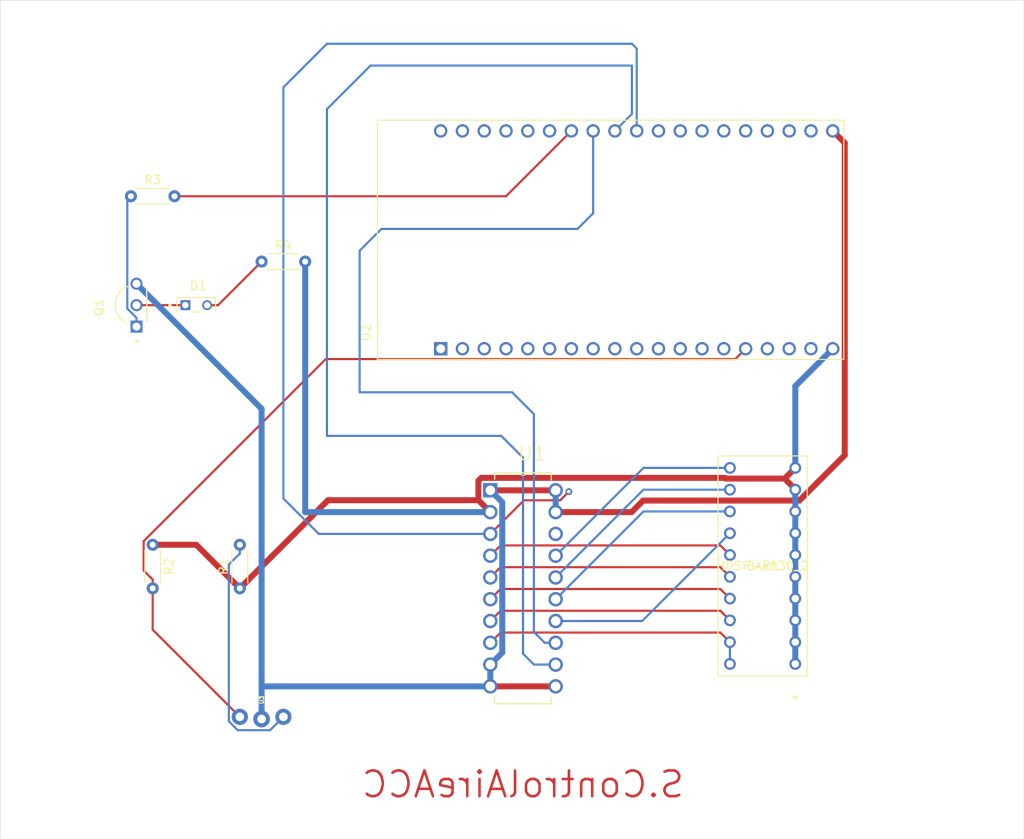
<source format=kicad_pcb>
(kicad_pcb (version 20211014) (generator pcbnew)
  (layers (0 "F.Cu" signal) (31 "B.Cu" signal) (34 "B.Paste" user) (35 "F.Paste" user) (36 "B.SilkS" user "B.Silkscreen") (37 "F.SilkS" user "F.Silkscreen") (38 "B.Mask" user) (39 "F.Mask" user) (44 "Edge.Cuts" user))
  (net 0 "")
  (net 1 "+5V")
  (net 2 "Net-(BAR1-Pad11)")
  (net 3 "Net-(BAR1-Pad12)")
  (net 4 "Net-(BAR1-Pad13)")
  (net 5 "Net-(BAR1-Pad14)")
  (net 6 "Net-(BAR1-Pad15)")
  (net 7 "Net-(BAR1-Pad16)")
  (net 8 "Net-(BAR1-Pad17)")
  (net 9 "Net-(BAR1-Pad18)")
  (net 10 "Net-(BAR1-Pad19)")
  (net 11 "Net-(D1-PadC)")
  (net 12 "Net-(D1-PadA)")
  (net 13 "Net-(Q1-Pad1)")
  (net 14 "GND")
  (net 15 "Net-(R1-Pad2)")
  (net 16 "Net-(R2-Pad2)")
  (net 17 "Net-(R3-Pad2)")
  (net 18 "Net-(U1-Pad3)")
  (net 19 "Net-(U1-Pad12)")
  (net 20 "Net-(U1-Pad13)")
  (footprint "ied:DIO_TSSF4500" (layer "F.Cu") (at 71.12 91.44)
    (fp_text reference "D1" (at 0.225 -2.235) (layer "F.SilkS"))
    (fp_text value "TSSF4500")
    (fp_line (start -2.25 -0.9) (end -2.25 0.8) (layer "F.SilkS") (width 0.127))
    (fp_line (start 2.25 -0.9) (end -2.25 -0.9) (layer "F.SilkS") (width 0.127))
    (fp_line (start -0.4 0.8) (end 0.4 0.8) (layer "F.SilkS") (width 0.127))
    (fp_line (start 2.25 0.8) (end 2.25 -0.9) (layer "F.SilkS") (width 0.127))
    (fp_circle (center -3.06 0.01) (end -2.96 0.01) (layer "F.SilkS") (width 0.2) (fill none))
    (pad "A" thru_hole circle locked (at 1.27 0) (size 1.15 1.15) (drill 0.75) (layers *.Cu *.Mask) (net 12 "Net-(D1-PadA)"))
    (pad "C" thru_hole rect locked (at -1.27 0) (size 1.15 1.15) (drill 0.75) (layers *.Cu *.Mask) (net 11 "Net-(D1-PadC)"))
  )
  (footprint "displayled:HLCP-J100" (layer "F.Cu") (at 140.97 133.274 180)
    (fp_text reference "BAR1" (at 3.81 11.43) (layer "F.SilkS"))
    (fp_text value "HDSP-4830_2" (at 3.81 11.43) (layer "F.SilkS"))
    (fp_text user "*" (at 0 -4.233334) (layer "F.SilkS"))
    (fp_text user "*" (at 0 -4.233334) (layer "F.SilkS"))
    (fp_line (start 9.017 24.257) (end 9.017 -1.397) (layer "F.SilkS") (width 0.12))
    (fp_line (start -1.397 -1.397) (end -1.397 24.257) (layer "F.SilkS") (width 0.12))
    (fp_line (start -1.397 24.257) (end 9.017 24.257) (layer "F.SilkS") (width 0.12))
    (fp_line (start 9.017 -1.397) (end -1.397 -1.397) (layer "F.SilkS") (width 0.12))
    (pad "1" thru_hole circle locked (at 0 0 180) (size 1.3716 1.3716) (drill 0.8636) (layers *.Cu *.Mask) (net 1 "+5V"))
    (pad "2" thru_hole circle locked (at 0 2.54 180) (size 1.3716 1.3716) (drill 0.8636) (layers *.Cu *.Mask) (net 1 "+5V"))
    (pad "3" thru_hole circle locked (at 0 5.08 180) (size 1.3716 1.3716) (drill 0.8636) (layers *.Cu *.Mask) (net 1 "+5V"))
    (pad "4" thru_hole circle locked (at 0 7.62 180) (size 1.3716 1.3716) (drill 0.8636) (layers *.Cu *.Mask) (net 1 "+5V"))
    (pad "5" thru_hole circle locked (at 0 10.16 180) (size 1.3716 1.3716) (drill 0.8636) (layers *.Cu *.Mask) (net 1 "+5V"))
    (pad "6" thru_hole circle locked (at 0 12.7 180) (size 1.3716 1.3716) (drill 0.8636) (layers *.Cu *.Mask) (net 1 "+5V"))
    (pad "7" thru_hole circle locked (at 0 15.24 180) (size 1.3716 1.3716) (drill 0.8636) (layers *.Cu *.Mask) (net 1 "+5V"))
    (pad "8" thru_hole circle locked (at 0 17.78 180) (size 1.3716 1.3716) (drill 0.8636) (layers *.Cu *.Mask) (net 1 "+5V"))
    (pad "9" thru_hole circle locked (at 0 20.32 180) (size 1.3716 1.3716) (drill 0.8636) (layers *.Cu *.Mask) (net 1 "+5V"))
    (pad "10" thru_hole circle locked (at 0 22.86 180) (size 1.3716 1.3716) (drill 0.8636) (layers *.Cu *.Mask) (net 1 "+5V"))
    (pad "11" thru_hole circle locked (at 7.62 22.86 180) (size 1.3716 1.3716) (drill 0.8636) (layers *.Cu *.Mask) (net 2 "Net-(BAR1-Pad11)"))
    (pad "12" thru_hole circle locked (at 7.62 20.32 180) (size 1.3716 1.3716) (drill 0.8636) (layers *.Cu *.Mask) (net 3 "Net-(BAR1-Pad12)"))
    (pad "13" thru_hole circle locked (at 7.62 17.78 180) (size 1.3716 1.3716) (drill 0.8636) (layers *.Cu *.Mask) (net 4 "Net-(BAR1-Pad13)"))
    (pad "14" thru_hole circle locked (at 7.62 15.24 180) (size 1.3716 1.3716) (drill 0.8636) (layers *.Cu *.Mask) (net 5 "Net-(BAR1-Pad14)"))
    (pad "15" thru_hole circle locked (at 7.62 12.7 180) (size 1.3716 1.3716) (drill 0.8636) (layers *.Cu *.Mask) (net 6 "Net-(BAR1-Pad15)"))
    (pad "16" thru_hole circle locked (at 7.62 10.16 180) (size 1.3716 1.3716) (drill 0.8636) (layers *.Cu *.Mask) (net 7 "Net-(BAR1-Pad16)"))
    (pad "17" thru_hole circle locked (at 7.62 7.62 180) (size 1.3716 1.3716) (drill 0.8636) (layers *.Cu *.Mask) (net 8 "Net-(BAR1-Pad17)"))
    (pad "18" thru_hole circle locked (at 7.62 5.08 180) (size 1.3716 1.3716) (drill 0.8636) (layers *.Cu *.Mask) (net 9 "Net-(BAR1-Pad18)"))
    (pad "19" thru_hole circle locked (at 7.62 2.54 180) (size 1.3716 1.3716) (drill 0.8636) (layers *.Cu *.Mask) (net 10 "Net-(BAR1-Pad19)"))
    (pad "20" thru_hole circle locked (at 7.62 0 180) (size 1.3716 1.3716) (drill 0.8636) (layers *.Cu *.Mask) (net 10 "Net-(BAR1-Pad19)"))
  )
  (footprint "npn:TO92250P510H770-3" (layer "F.Cu") (at 63.5 91.44 90)
    (fp_text reference "Q1" (at -0.275 -3.735 90) (layer "F.SilkS"))
    (fp_text value "Q_NPN_BCE")
    (fp_line (start -1.92354 1.85) (end 1.92354 1.85) (layer "F.SilkS") (width 0.127))
    (fp_line (start -1.92354 1.85) (end 1.92354 1.85) (layer "F.SilkS") (width 0.127))
    (fp_arc (start -2.18501 -0.365001) (mid 0 -1.850002) (end 2.18501 -0.365) (layer "F.SilkS") (width 0.127))
    (fp_circle (center -4.2 0.655) (end -4.1 0.655) (layer "F.SilkS") (width 0.2) (fill none))
    (pad "1" thru_hole rect locked (at -2.5 0.655 90) (size 1.4 1.4) (drill 0.93) (layers *.Cu *.Mask) (net 13 "Net-(Q1-Pad1)"))
    (pad "2" thru_hole circle locked (at 0 0.655 90) (size 1.4 1.4) (drill 0.93) (layers *.Cu *.Mask) (net 11 "Net-(D1-PadC)"))
    (pad "3" thru_hole circle locked (at 2.5 0.655 90) (size 1.4 1.4) (drill 0.93) (layers *.Cu *.Mask) (net 14 "GND"))
  )
  (footprint "tpi:DIP254P762X508-20" (layer "F.Cu") (at 113.03 135.89)
    (fp_text reference "U1" (at -2.7442 -27.13708) (layer "F.SilkS") (effects (font (size 1.640598 1.640598))))
    (fp_text value "TPIC6B595N")
    (fp_line (start -7.112 -24.892) (end -7.112 -24.1808) (layer "F.SilkS") (width 0.1524))
    (fp_line (start -0.508 -24.892) (end -3.5052 -24.892) (layer "F.SilkS") (width 0.1524))
    (fp_line (start -0.508 2.032) (end -0.508 1.2192) (layer "F.SilkS") (width 0.1524))
    (fp_line (start -7.112 2.032) (end -0.508 2.032) (layer "F.SilkS") (width 0.1524))
    (fp_line (start -3.5052 -24.892) (end -4.1148 -24.892) (layer "F.SilkS") (width 0.1524))
    (fp_line (start -4.1148 -24.892) (end -7.112 -24.892) (layer "F.SilkS") (width 0.1524))
    (fp_line (start -0.508 -24.0792) (end -0.508 -24.892) (layer "F.SilkS") (width 0.1524))
    (fp_line (start -7.112 1.2192) (end -7.112 2.032) (layer "F.SilkS") (width 0.1524))
    (fp_arc (start -3.5052 -24.892) (mid -3.81 -24.5872) (end -4.1148 -24.892) (layer "F.SilkS") (width 0.1))
    (pad "1" thru_hole rect locked (at -7.62 -22.86) (size 1.6764 1.6764) (drill 1.1176) (layers *.Cu *.Mask) (net 14 "GND"))
    (pad "2" thru_hole circle locked (at -7.62 -20.32) (size 1.6764 1.6764) (drill 1.1176) (layers *.Cu *.Mask) (net 1 "+5V"))
    (pad "3" thru_hole circle locked (at -7.62 -17.78) (size 1.6764 1.6764) (drill 1.1176) (layers *.Cu *.Mask) (net 18 "Net-(U1-Pad3)"))
    (pad "4" thru_hole circle locked (at -7.62 -15.24) (size 1.6764 1.6764) (drill 1.1176) (layers *.Cu *.Mask) (net 6 "Net-(BAR1-Pad15)"))
    (pad "5" thru_hole circle locked (at -7.62 -12.7) (size 1.6764 1.6764) (drill 1.1176) (layers *.Cu *.Mask) (net 7 "Net-(BAR1-Pad16)"))
    (pad "6" thru_hole circle locked (at -7.62 -10.16) (size 1.6764 1.6764) (drill 1.1176) (layers *.Cu *.Mask) (net 8 "Net-(BAR1-Pad17)"))
    (pad "7" thru_hole circle locked (at -7.62 -7.62) (size 1.6764 1.6764) (drill 1.1176) (layers *.Cu *.Mask) (net 9 "Net-(BAR1-Pad18)"))
    (pad "8" thru_hole circle locked (at -7.62 -5.08) (size 1.6764 1.6764) (drill 1.1176) (layers *.Cu *.Mask) (net 10 "Net-(BAR1-Pad19)"))
    (pad "9" thru_hole circle locked (at -7.62 -2.54) (size 1.6764 1.6764) (drill 1.1176) (layers *.Cu *.Mask) (net 14 "GND"))
    (pad "10" thru_hole circle locked (at -7.62 0) (size 1.6764 1.6764) (drill 1.1176) (layers *.Cu *.Mask) (net 14 "GND"))
    (pad "11" thru_hole circle locked (at 0 0) (size 1.6764 1.6764) (drill 1.1176) (layers *.Cu *.Mask) (net 14 "GND"))
    (pad "12" thru_hole circle locked (at 0 -2.54) (size 1.6764 1.6764) (drill 1.1176) (layers *.Cu *.Mask) (net 19 "Net-(U1-Pad12)"))
    (pad "13" thru_hole circle locked (at 0 -5.08) (size 1.6764 1.6764) (drill 1.1176) (layers *.Cu *.Mask) (net 20 "Net-(U1-Pad13)"))
    (pad "14" thru_hole circle locked (at 0 -7.62) (size 1.6764 1.6764) (drill 1.1176) (layers *.Cu *.Mask) (net 5 "Net-(BAR1-Pad14)"))
    (pad "15" thru_hole circle locked (at 0 -10.16) (size 1.6764 1.6764) (drill 1.1176) (layers *.Cu *.Mask) (net 4 "Net-(BAR1-Pad13)"))
    (pad "16" thru_hole circle locked (at 0 -12.7) (size 1.6764 1.6764) (drill 1.1176) (layers *.Cu *.Mask) (net 3 "Net-(BAR1-Pad12)"))
    (pad "17" thru_hole circle locked (at 0 -15.24) (size 1.6764 1.6764) (drill 1.1176) (layers *.Cu *.Mask) (net 2 "Net-(BAR1-Pad11)"))
    (pad "18" thru_hole circle locked (at 0 -17.78) (size 1.6764 1.6764) (drill 1.1176) (layers *.Cu *.Mask))
    (pad "19" thru_hole circle locked (at 0 -20.32) (size 1.6764 1.6764) (drill 1.1176) (layers *.Cu *.Mask) (net 14 "GND"))
    (pad "20" thru_hole circle locked (at 0 -22.86) (size 1.6764 1.6764) (drill 1.1176) (layers *.Cu *.Mask) (net 14 "GND"))
  )
  (footprint "esp:MODULE_ESP32-DEVKITC-32D" (layer "F.Cu") (at 119.38 83.82 90)
    (fp_text reference "U2" (at -10.829175 -28.446045 90) (layer "F.SilkS") (effects (font (size 1.000386 1.000386))))
    (fp_text value "ESP32-DEVKITC")
    (fp_line (start 13.95 27.25) (end -13.95 27.25) (layer "F.SilkS") (width 0.127))
    (fp_line (start -13.95 27.25) (end -13.95 -27.15) (layer "F.SilkS") (width 0.127))
    (fp_line (start 13.95 -27.15) (end 13.95 27.25) (layer "F.SilkS") (width 0.127))
    (fp_line (start -13.95 -27.15) (end 13.95 -27.15) (layer "F.SilkS") (width 0.127))
    (pad "1" thru_hole rect locked (at -12.7 -19.76 90) (size 1.56 1.56) (drill 1.04) (layers *.Cu *.Mask))
    (pad "2" thru_hole circle locked (at -12.7 -17.22 90) (size 1.56 1.56) (drill 1.04) (layers *.Cu *.Mask))
    (pad "3" thru_hole circle locked (at -12.7 -14.68 90) (size 1.56 1.56) (drill 1.04) (layers *.Cu *.Mask))
    (pad "4" thru_hole circle locked (at -12.7 -12.14 90) (size 1.56 1.56) (drill 1.04) (layers *.Cu *.Mask))
    (pad "5" thru_hole circle locked (at -12.7 -9.6 90) (size 1.56 1.56) (drill 1.04) (layers *.Cu *.Mask))
    (pad "6" thru_hole circle locked (at -12.7 -7.06 90) (size 1.56 1.56) (drill 1.04) (layers *.Cu *.Mask))
    (pad "7" thru_hole circle locked (at -12.7 -4.52 90) (size 1.56 1.56) (drill 1.04) (layers *.Cu *.Mask))
    (pad "8" thru_hole circle locked (at -12.7 -1.98 90) (size 1.56 1.56) (drill 1.04) (layers *.Cu *.Mask))
    (pad "9" thru_hole circle locked (at -12.7 0.56 90) (size 1.56 1.56) (drill 1.04) (layers *.Cu *.Mask))
    (pad "10" thru_hole circle locked (at -12.7 3.1 90) (size 1.56 1.56) (drill 1.04) (layers *.Cu *.Mask))
    (pad "11" thru_hole circle locked (at -12.7 5.64 90) (size 1.56 1.56) (drill 1.04) (layers *.Cu *.Mask))
    (pad "12" thru_hole circle locked (at -12.7 8.18 90) (size 1.56 1.56) (drill 1.04) (layers *.Cu *.Mask))
    (pad "13" thru_hole circle locked (at -12.7 10.72 90) (size 1.56 1.56) (drill 1.04) (layers *.Cu *.Mask))
    (pad "14" thru_hole circle locked (at -12.7 13.26 90) (size 1.56 1.56) (drill 1.04) (layers *.Cu *.Mask))
    (pad "15" thru_hole circle locked (at -12.7 15.8 90) (size 1.56 1.56) (drill 1.04) (layers *.Cu *.Mask) (net 16 "Net-(R2-Pad2)"))
    (pad "16" thru_hole circle locked (at -12.7 18.34 90) (size 1.56 1.56) (drill 1.04) (layers *.Cu *.Mask))
    (pad "17" thru_hole circle locked (at -12.7 20.88 90) (size 1.56 1.56) (drill 1.04) (layers *.Cu *.Mask))
    (pad "18" thru_hole circle locked (at -12.7 23.42 90) (size 1.56 1.56) (drill 1.04) (layers *.Cu *.Mask))
    (pad "19" thru_hole circle locked (at -12.7 25.96 90) (size 1.56 1.56) (drill 1.04) (layers *.Cu *.Mask) (net 1 "+5V"))
    (pad "20" thru_hole circle locked (at 12.7 -19.76 90) (size 1.56 1.56) (drill 1.04) (layers *.Cu *.Mask))
    (pad "21" thru_hole circle locked (at 12.7 -17.22 90) (size 1.56 1.56) (drill 1.04) (layers *.Cu *.Mask))
    (pad "22" thru_hole circle locked (at 12.7 -14.68 90) (size 1.56 1.56) (drill 1.04) (layers *.Cu *.Mask))
    (pad "23" thru_hole circle locked (at 12.7 -12.14 90) (size 1.56 1.56) (drill 1.04) (layers *.Cu *.Mask))
    (pad "24" thru_hole circle locked (at 12.7 -9.6 90) (size 1.56 1.56) (drill 1.04) (layers *.Cu *.Mask))
    (pad "25" thru_hole circle locked (at 12.7 -7.06 90) (size 1.56 1.56) (drill 1.04) (layers *.Cu *.Mask))
    (pad "26" thru_hole circle locked (at 12.7 -4.52 90) (size 1.56 1.56) (drill 1.04) (layers *.Cu *.Mask) (net 17 "Net-(R3-Pad2)"))
    (pad "27" thru_hole circle locked (at 12.7 -1.98 90) (size 1.56 1.56) (drill 1.04) (layers *.Cu *.Mask) (net 20 "Net-(U1-Pad13)"))
    (pad "28" thru_hole circle locked (at 12.7 0.56 90) (size 1.56 1.56) (drill 1.04) (layers *.Cu *.Mask) (net 19 "Net-(U1-Pad12)"))
    (pad "29" thru_hole circle locked (at 12.7 3.1 90) (size 1.56 1.56) (drill 1.04) (layers *.Cu *.Mask) (net 18 "Net-(U1-Pad3)"))
    (pad "30" thru_hole circle locked (at 12.7 5.64 90) (size 1.56 1.56) (drill 1.04) (layers *.Cu *.Mask))
    (pad "31" thru_hole circle locked (at 12.7 8.18 90) (size 1.56 1.56) (drill 1.04) (layers *.Cu *.Mask))
    (pad "32" thru_hole circle locked (at 12.7 10.72 90) (size 1.56 1.56) (drill 1.04) (layers *.Cu *.Mask))
    (pad "33" thru_hole circle locked (at 12.7 13.26 90) (size 1.56 1.56) (drill 1.04) (layers *.Cu *.Mask))
    (pad "34" thru_hole circle locked (at 12.7 15.8 90) (size 1.56 1.56) (drill 1.04) (layers *.Cu *.Mask))
    (pad "35" thru_hole circle locked (at 12.7 18.34 90) (size 1.56 1.56) (drill 1.04) (layers *.Cu *.Mask))
    (pad "36" thru_hole circle locked (at 12.7 20.88 90) (size 1.56 1.56) (drill 1.04) (layers *.Cu *.Mask))
    (pad "37" thru_hole circle locked (at 12.7 23.42 90) (size 1.56 1.56) (drill 1.04) (layers *.Cu *.Mask))
    (pad "38" thru_hole circle locked (at 12.7 25.96 90) (size 1.56 1.56) (drill 1.04) (layers *.Cu *.Mask) (net 14 "GND"))
  )
  (footprint "Resistor_THT:R_Axial_DIN0204_L3.6mm_D1.6mm_P5.08mm_Horizontal" (layer "F.Cu") (at 76.2 124.46 90)
    (fp_text reference "R1" (at 2.54 -1.92 90) (layer "F.SilkS"))
    (fp_text value "110R")
    (fp_line (start 0.62 0.92) (end 4.46 0.92) (layer "F.SilkS") (width 0.12))
    (fp_line (start 0.62 -0.92) (end 4.46 -0.92) (layer "F.SilkS") (width 0.12))
    (pad "1" thru_hole circle (at 0 0 90) (size 1.4 1.4) (drill 0.7) (layers *.Cu *.Mask) (net 1 "+5V"))
    (pad "2" thru_hole oval (at 5.08 0 90) (size 1.4 1.4) (drill 0.7) (layers *.Cu *.Mask) (net 15 "Net-(R1-Pad2)"))
  )
  (footprint "Resistor_THT:R_Axial_DIN0204_L3.6mm_D1.6mm_P5.08mm_Horizontal" (layer "F.Cu") (at 63.5 78.74)
    (fp_text reference "R3" (at 2.54 -1.92) (layer "F.SilkS"))
    (fp_text value "2kR")
    (fp_line (start 0.62 0.92) (end 4.46 0.92) (layer "F.SilkS") (width 0.12))
    (fp_line (start 0.62 -0.92) (end 4.46 -0.92) (layer "F.SilkS") (width 0.12))
    (pad "1" thru_hole circle (at 0 0) (size 1.4 1.4) (drill 0.7) (layers *.Cu *.Mask) (net 13 "Net-(Q1-Pad1)"))
    (pad "2" thru_hole oval (at 5.08 0) (size 1.4 1.4) (drill 0.7) (layers *.Cu *.Mask) (net 17 "Net-(R3-Pad2)"))
  )
  (footprint "Resistor_THT:R_Axial_DIN0204_L3.6mm_D1.6mm_P5.08mm_Horizontal" (layer "F.Cu") (at 78.74 86.36)
    (fp_text reference "R4" (at 2.54 -1.92) (layer "F.SilkS"))
    (fp_text value "100R")
    (fp_line (start 0.62 0.92) (end 4.46 0.92) (layer "F.SilkS") (width 0.12))
    (fp_line (start 0.62 -0.92) (end 4.46 -0.92) (layer "F.SilkS") (width 0.12))
    (pad "1" thru_hole circle (at 0 0) (size 1.4 1.4) (drill 0.7) (layers *.Cu *.Mask) (net 12 "Net-(D1-PadA)"))
    (pad "2" thru_hole oval (at 5.08 0) (size 1.4 1.4) (drill 0.7) (layers *.Cu *.Mask) (net 1 "+5V"))
  )
  (footprint "Resistor_THT:R_Axial_DIN0204_L3.6mm_D1.6mm_P5.08mm_Horizontal" (layer "F.Cu") (at 66.04 119.38 -90)
    (fp_text reference "R2" (at 2.54 -1.92 90) (layer "F.SilkS"))
    (fp_text value "120R")
    (fp_line (start 0.62 -0.92) (end 4.46 -0.92) (layer "F.SilkS") (width 0.12))
    (fp_line (start 0.62 0.92) (end 4.46 0.92) (layer "F.SilkS") (width 0.12))
    (pad "1" thru_hole circle (at 0 0 270) (size 1.4 1.4) (drill 0.7) (layers *.Cu *.Mask) (net 1 "+5V"))
    (pad "2" thru_hole oval (at 5.08 0 270) (size 1.4 1.4) (drill 0.7) (layers *.Cu *.Mask) (net 16 "Net-(R2-Pad2)"))
  )
  (footprint "emi2:TSSP58038" (layer "F.Cu") (at 78.74 139.7 -90)
    (fp_text reference "U3" (at -2.2288 -0.014 90) (layer "F.SilkS") (effects (font (size 0.48 0.48))))
    (fp_text value "TSSP58038")
    (pad "GND" thru_hole circle locked (at 0 0 270) (size 1.9304 1.9304) (drill 1.016) (layers *.Cu *.Mask) (net 14 "GND"))
    (pad "OUT" thru_hole circle locked (at -0.254 2.54 270) (size 1.8796 1.8796) (drill 1.016) (layers *.Cu *.Mask) (net 16 "Net-(R2-Pad2)"))
    (pad "VS" thru_hole circle locked (at -0.254 -2.54 270) (size 1.8796 1.8796) (drill 1.016) (layers *.Cu *.Mask) (net 15 "Net-(R1-Pad2)"))
  )
  (gr_line (start 48.26 55.88) (end 167.64 55.88) (layer "Edge.Cuts") (width 0.05))
  (gr_line (start 167.64 153.67) (end 48.26 153.67) (layer "Edge.Cuts") (width 0.05))
  (gr_line (start 48.26 153.67) (end 48.26 55.88) (layer "Edge.Cuts") (width 0.05))
  (gr_line (start 167.64 55.88) (end 167.64 153.67) (layer "Edge.Cuts") (width 0.05))
  (gr_text "S.ControlAireACC" (at 109.22 147.32) (layer "F.Cu") (effects (font (size 3 3) (thickness 0.3)) (justify mirror)))
  (segment (start 132.8481 111.6603) (end 132.7665 111.5787) (width 0.7) (layer "F.Cu") (net 1))
  (segment (start 104.0214 111.9101) (end 104.0214 114.1814) (width 0.7) (layer "F.Cu") (net 1))
  (segment (start 139.7237 111.6603) (end 132.8481 111.6603) (width 0.7) (layer "F.Cu") (net 1))
  (segment (start 139.7237 111.6603) (end 140.97 112.9066) (width 0.7) (layer "F.Cu") (net 1))
  (segment (start 132.7665 111.5787) (end 104.3528 111.5787) (width 0.7) (layer "F.Cu") (net 1))
  (segment (start 71.12 119.38) (end 66.04 119.38) (width 0.7) (layer "F.Cu") (net 1))
  (segment (start 86.4786 114.1814) (end 76.2 124.46) (width 0.7) (layer "F.Cu") (net 1))
  (segment (start 104.3528 111.5787) (end 104.0214 111.9101) (width 0.7) (layer "F.Cu") (net 1))
  (segment (start 140.97 112.9066) (end 140.97 112.954) (width 0.7) (layer "F.Cu") (net 1))
  (segment (start 76.2 124.46) (end 71.12 119.38) (width 0.7) (layer "F.Cu") (net 1))
  (segment (start 104.0214 114.1814) (end 105.41 115.57) (width 0.7) (layer "F.Cu") (net 1))
  (segment (start 104.0214 114.1814) (end 86.4786 114.1814) (width 0.7) (layer "F.Cu") (net 1))
  (segment (start 140.97 110.414) (end 139.7237 111.6603) (width 0.7) (layer "F.Cu") (net 1))
  (segment (start 140.97 123.114) (end 140.97 125.654) (width 0.7) (layer "B.Cu") (net 1))
  (segment (start 140.97 125.654) (end 140.97 128.194) (width 0.7) (layer "B.Cu") (net 1))
  (segment (start 83.82 86.36) (end 83.82 115.57) (width 0.7) (layer "B.Cu") (net 1))
  (segment (start 140.97 115.494) (end 140.97 118.034) (width 0.7) (layer "B.Cu") (net 1))
  (segment (start 140.97 118.034) (end 140.97 120.574) (width 0.7) (layer "B.Cu") (net 1))
  (segment (start 140.97 128.194) (end 140.97 130.734) (width 0.7) (layer "B.Cu") (net 1))
  (segment (start 140.97 112.954) (end 140.97 115.494) (width 0.7) (layer "B.Cu") (net 1))
  (segment (start 140.97 130.734) (end 140.97 133.274) (width 0.7) (layer "B.Cu") (net 1))
  (segment (start 140.97 100.89) (end 145.34 96.52) (width 0.7) (layer "B.Cu") (net 1))
  (segment (start 83.82 115.57) (end 105.41 115.57) (width 0.7) (layer "B.Cu") (net 1))
  (segment (start 140.97 120.574) (end 140.97 123.114) (width 0.7) (layer "B.Cu") (net 1))
  (segment (start 140.97 110.414) (end 140.97 100.89) (width 0.7) (layer "B.Cu") (net 1))
  (segment (start 133.35 110.414) (end 123.266 110.414) (width 0.25) (layer "B.Cu") (net 2))
  (segment (start 123.266 110.414) (end 113.03 120.65) (width 0.25) (layer "B.Cu") (net 2))
  (segment (start 113.03 123.19) (end 123.266 112.954) (width 0.25) (layer "B.Cu") (net 3))
  (segment (start 123.266 112.954) (end 133.35 112.954) (width 0.25) (layer "B.Cu") (net 3))
  (segment (start 123.266 115.494) (end 133.35 115.494) (width 0.25) (layer "B.Cu") (net 4))
  (segment (start 113.03 125.73) (end 123.266 115.494) (width 0.25) (layer "B.Cu") (net 4))
  (segment (start 123.114 128.27) (end 113.03 128.27) (width 0.25) (layer "B.Cu") (net 5))
  (segment (start 133.35 118.034) (end 123.114 128.27) (width 0.25) (layer "B.Cu") (net 5))
  (segment (start 132.2306 119.4546) (end 106.6054 119.4546) (width 0.25) (layer "F.Cu") (net 6))
  (segment (start 106.6054 119.4546) (end 105.41 120.65) (width 0.25) (layer "F.Cu") (net 6))
  (segment (start 133.35 120.574) (end 132.2306 119.4546) (width 0.25) (layer "F.Cu") (net 6))
  (segment (start 133.35 123.114) (end 132.2306 121.9946) (width 0.25) (layer "F.Cu") (net 7))
  (segment (start 106.6054 121.9946) (end 105.41 123.19) (width 0.25) (layer "F.Cu") (net 7))
  (segment (start 132.2306 121.9946) (end 106.6054 121.9946) (width 0.25) (layer "F.Cu") (net 7))
  (segment (start 133.35 125.654) (end 132.2306 124.5346) (width 0.25) (layer "F.Cu") (net 8))
  (segment (start 132.2306 124.5346) (end 106.6054 124.5346) (width 0.25) (layer "F.Cu") (net 8))
  (segment (start 106.6054 124.5346) (end 105.41 125.73) (width 0.25) (layer "F.Cu") (net 8))
  (segment (start 106.6054 127.0746) (end 105.41 128.27) (width 0.25) (layer "F.Cu") (net 9))
  (segment (start 133.35 128.194) (end 132.2306 127.0746) (width 0.25) (layer "F.Cu") (net 9))
  (segment (start 132.2306 127.0746) (end 106.6054 127.0746) (width 0.25) (layer "F.Cu") (net 9))
  (segment (start 132.2306 129.6146) (end 106.6054 129.6146) (width 0.25) (layer "F.Cu") (net 10))
  (segment (start 106.6054 129.6146) (end 105.41 130.81) (width 0.25) (layer "F.Cu") (net 10))
  (segment (start 133.35 130.734) (end 132.2306 129.6146) (width 0.25) (layer "F.Cu") (net 10))
  (segment (start 133.35 133.274) (end 133.35 130.734) (width 0.25) (layer "B.Cu") (net 10))
  (segment (start 69.85 91.44) (end 64.155 91.44) (width 0.25) (layer "F.Cu") (net 11))
  (segment (start 72.39 91.44) (end 73.66 91.44) (width 0.25) (layer "F.Cu") (net 12))
  (segment (start 73.66 91.44) (end 78.74 86.36) (width 0.25) (layer "F.Cu") (net 12))
  (segment (start 63.0777 91.8374) (end 63.0777 79.1623) (width 0.25) (layer "B.Cu") (net 13))
  (segment (start 64.155 93.94) (end 64.155 92.9147) (width 0.25) (layer "B.Cu") (net 13))
  (segment (start 63.0777 79.1623) (end 63.5 78.74) (width 0.25) (layer "B.Cu") (net 13))
  (segment (start 64.155 92.9147) (end 63.0777 91.8374) (width 0.25) (layer "B.Cu") (net 13))
  (segment (start 146.7369 108.9392) (end 146.7369 72.5169) (width 0.7) (layer "F.Cu") (net 14))
  (segment (start 123.2286 114.224) (end 141.4521 114.224) (width 0.7) (layer "F.Cu") (net 14))
  (segment (start 121.8826 115.57) (end 123.2286 114.224) (width 0.7) (layer "F.Cu") (net 14))
  (segment (start 113.03 113.03) (end 105.41 113.03) (width 0.7) (layer "F.Cu") (net 14))
  (segment (start 141.4521 114.224) (end 146.7369 108.9392) (width 0.7) (layer "F.Cu") (net 14))
  (segment (start 146.7369 72.5169) (end 145.34 71.12) (width 0.7) (layer "F.Cu") (net 14))
  (segment (start 113.03 115.57) (end 121.8826 115.57) (width 0.7) (layer "F.Cu") (net 14))
  (segment (start 113.03 135.89) (end 105.41 135.89) (width 0.7) (layer "F.Cu") (net 14))
  (segment (start 106.7986 114.4186) (end 105.41 113.03) (width 0.7) (layer "B.Cu") (net 14))
  (segment (start 106.7986 131.9614) (end 106.7986 114.4186) (width 0.7) (layer "B.Cu") (net 14))
  (segment (start 78.74 135.89) (end 105.41 135.89) (width 0.7) (layer "B.Cu") (net 14))
  (segment (start 105.41 133.35) (end 106.7986 131.9614) (width 0.7) (layer "B.Cu") (net 14))
  (segment (start 78.74 135.89) (end 78.74 139.7) (width 0.7) (layer "B.Cu") (net 14))
  (segment (start 105.41 135.89) (end 105.41 133.35) (width 0.7) (layer "B.Cu") (net 14))
  (segment (start 64.155 88.94) (end 78.74 103.525) (width 0.7) (layer "B.Cu") (net 14))
  (segment (start 78.74 103.525) (end 78.74 135.89) (width 0.7) (layer "B.Cu") (net 14))
  (segment (start 113.03 113.03) (end 113.03 115.57) (width 0.7) (layer "B.Cu") (net 14))
  (segment (start 79.7238 141.0022) (end 81.28 139.446) (width 0.25) (layer "B.Cu") (net 15))
  (segment (start 74.9175 139.9645) (end 75.9552 141.0022) (width 0.25) (layer "B.Cu") (net 15))
  (segment (start 74.9175 121.6878) (end 74.9175 139.9645) (width 0.25) (layer "B.Cu") (net 15))
  (segment (start 75.9552 141.0022) (end 79.7238 141.0022) (width 0.25) (layer "B.Cu") (net 15))
  (segment (start 76.2 119.38) (end 76.2 120.4053) (width 0.25) (layer "B.Cu") (net 15))
  (segment (start 76.2 120.4053) (end 74.9175 121.6878) (width 0.25) (layer "B.Cu") (net 15))
  (segment (start 133.9759 97.7241) (end 135.18 96.52) (width 0.25) (layer "F.Cu") (net 16))
  (segment (start 66.04 123.4347) (end 64.9851 122.3798) (width 0.25) (layer "F.Cu") (net 16))
  (segment (start 66.04 124.46) (end 66.04 123.4347) (width 0.25) (layer "F.Cu") (net 16))
  (segment (start 66.04 129.286) (end 66.04 124.46) (width 0.25) (layer "F.Cu") (net 16))
  (segment (start 86.2246 97.7241) (end 133.9759 97.7241) (width 0.25) (layer "F.Cu") (net 16))
  (segment (start 64.9851 118.9636) (end 86.2246 97.7241) (width 0.25) (layer "F.Cu") (net 16))
  (segment (start 64.9851 122.3798) (end 64.9851 118.9636) (width 0.25) (layer "F.Cu") (net 16))
  (segment (start 76.2 139.446) (end 66.04 129.286) (width 0.25) (layer "F.Cu") (net 16))
  (segment (start 68.58 78.74) (end 107.24 78.74) (width 0.25) (layer "F.Cu") (net 17))
  (segment (start 107.24 78.74) (end 114.86 71.12) (width 0.25) (layer "F.Cu") (net 17))
  (segment (start 113.5614 114.1936) (end 114.5711 113.1839) (width 0.25) (layer "F.Cu") (net 18))
  (segment (start 109.3264 114.1936) (end 113.5614 114.1936) (width 0.25) (layer "F.Cu") (net 18))
  (segment (start 105.41 118.11) (end 109.3264 114.1936) (width 0.25) (layer "F.Cu") (net 18))
  (via (at 114.5711 113.1839) (size 0.8) (drill 0.4) (layers "F.Cu" "B.Cu") (net 18))
  (segment (start 121.92 60.96) (end 86.36 60.96) (width 0.25) (layer "B.Cu") (net 18))
  (segment (start 81.28 66.04) (end 81.28 113.984594) (width 0.25) (layer "B.Cu") (net 18))
  (segment (start 81.28 113.984594) (end 85.405406 118.11) (width 0.25) (layer "B.Cu") (net 18))
  (segment (start 85.405406 118.11) (end 105.41 118.11) (width 0.25) (layer "B.Cu") (net 18))
  (segment (start 122.48 61.52) (end 121.92 60.96) (width 0.25) (layer "B.Cu") (net 18))
  (segment (start 122.48 71.12) (end 122.48 61.52) (width 0.25) (layer "B.Cu") (net 18))
  (segment (start 86.36 60.96) (end 81.28 66.04) (width 0.25) (layer "B.Cu") (net 18))
  (segment (start 121.92 69.14) (end 119.94 71.12) (width 0.25) (layer "B.Cu") (net 19))
  (segment (start 91.44 63.5) (end 121.92 63.5) (width 0.25) (layer "B.Cu") (net 19))
  (segment (start 113.03 133.35) (end 110.49 133.35) (width 0.25) (layer "B.Cu") (net 19))
  (segment (start 110.49 133.35) (end 109.22 132.08) (width 0.25) (layer "B.Cu") (net 19))
  (segment (start 86.36 106.68) (end 86.36 68.58) (width 0.25) (layer "B.Cu") (net 19))
  (segment (start 86.36 68.58) (end 91.44 63.5) (width 0.25) (layer "B.Cu") (net 19))
  (segment (start 121.92 63.5) (end 121.92 69.14) (width 0.25) (layer "B.Cu") (net 19))
  (segment (start 109.22 109.22) (end 106.68 106.68) (width 0.25) (layer "B.Cu") (net 19))
  (segment (start 106.68 106.68) (end 86.36 106.68) (width 0.25) (layer "B.Cu") (net 19))
  (segment (start 109.22 132.08) (end 109.22 109.22) (width 0.25) (layer "B.Cu") (net 19))
  (segment (start 117.4 80.72) (end 117.4 71.12) (width 0.25) (layer "B.Cu") (net 20))
  (segment (start 110.49 104.14) (end 107.95 101.6) (width 0.25) (layer "B.Cu") (net 20))
  (segment (start 110.49 129.54) (end 110.49 104.14) (width 0.25) (layer "B.Cu") (net 20))
  (segment (start 90.17 85.09) (end 92.71 82.55) (width 0.25) (layer "B.Cu") (net 20))
  (segment (start 107.95 101.6) (end 90.17 101.6) (width 0.25) (layer "B.Cu") (net 20))
  (segment (start 115.57 82.55) (end 117.4 80.72) (width 0.25) (layer "B.Cu") (net 20))
  (segment (start 113.03 130.81) (end 111.76 130.81) (width 0.25) (layer "B.Cu") (net 20))
  (segment (start 111.76 130.81) (end 110.49 129.54) (width 0.25) (layer "B.Cu") (net 20))
  (segment (start 92.71 82.55) (end 115.57 82.55) (width 0.25) (layer "B.Cu") (net 20))
  (segment (start 90.17 101.6) (end 90.17 85.09) (width 0.25) (layer "B.Cu") (net 20))
)
</source>
